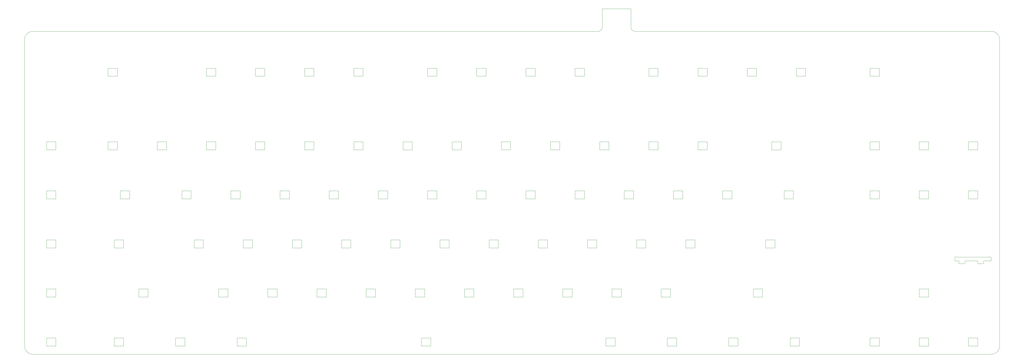
<source format=gm1>
%TF.GenerationSoftware,KiCad,Pcbnew,(6.0.0)*%
%TF.CreationDate,2022-03-04T20:35:23-05:00*%
%TF.ProjectId,keyboard0,6b657962-6f61-4726-9430-2e6b69636164,rev?*%
%TF.SameCoordinates,Original*%
%TF.FileFunction,Profile,NP*%
%FSLAX46Y46*%
G04 Gerber Fmt 4.6, Leading zero omitted, Abs format (unit mm)*
G04 Created by KiCad (PCBNEW (6.0.0)) date 2022-03-04 20:35:23*
%MOMM*%
%LPD*%
G01*
G04 APERTURE LIST*
%TA.AperFunction,Profile*%
%ADD10C,0.100000*%
%TD*%
%TA.AperFunction,Profile*%
%ADD11C,0.050000*%
%TD*%
%TA.AperFunction,Profile*%
%ADD12C,0.120000*%
%TD*%
G04 APERTURE END LIST*
D10*
X397643700Y-90481800D02*
X397643700Y-209536800D01*
X19842500Y-209536800D02*
X19842500Y-90481800D01*
X23017300Y-87307000D02*
X242078500Y-87307000D01*
X256365100Y-87307000D02*
X394468900Y-87307000D01*
X23017300Y-212711600D02*
X394468900Y-212711600D01*
X254777700Y-85719600D02*
G75*
G03*
X256365100Y-87307000I1587401J1D01*
G01*
X397643700Y-90481800D02*
G75*
G03*
X394468900Y-87307000I-3174799J1D01*
G01*
X23017300Y-87307000D02*
G75*
G03*
X19842500Y-90481800I-1J-3174799D01*
G01*
X394468900Y-212711600D02*
G75*
G03*
X397643700Y-209536800I1J3174799D01*
G01*
X19842500Y-209536800D02*
G75*
G03*
X23017300Y-212711600I3174799J-1D01*
G01*
X243665900Y-78576300D02*
X243665900Y-85719600D01*
X254777700Y-78576300D02*
X254777700Y-85719600D01*
X242078500Y-87307000D02*
G75*
G03*
X243665900Y-85719600I-1J1587401D01*
G01*
X254777700Y-78576300D02*
X243665900Y-78576300D01*
D11*
%TO.C,ROT2-1*%
X394275570Y-175894676D02*
X394275600Y-175494700D01*
X381725600Y-176444700D02*
X380925600Y-176444700D01*
X388975600Y-176444700D02*
X384325600Y-176444700D01*
X389725600Y-177494700D02*
X390825600Y-177494700D01*
X381925600Y-176644700D02*
X381925600Y-176944700D01*
X384125600Y-176644700D02*
X384125600Y-176944700D01*
X393725600Y-176444699D02*
X391575600Y-176444700D01*
X393725600Y-174944700D02*
X380925600Y-174944700D01*
X391375600Y-176644700D02*
X391375600Y-176944700D01*
X380375600Y-175894700D02*
X380375600Y-175494700D01*
X389175600Y-176644700D02*
X389175600Y-176944700D01*
X382475600Y-177494700D02*
X383575600Y-177494700D01*
X389175600Y-176944700D02*
G75*
G03*
X389725600Y-177494700I250000J-300000D01*
G01*
X391575600Y-176444700D02*
G75*
G03*
X391375600Y-176644700I1J-200001D01*
G01*
X381925600Y-176644700D02*
G75*
G03*
X381725600Y-176444700I-200001J-1D01*
G01*
X384325600Y-176444700D02*
G75*
G03*
X384125600Y-176644700I1J-200001D01*
G01*
X393725600Y-176444699D02*
G75*
G03*
X394275570Y-175894676I300000J249999D01*
G01*
X380375600Y-175894700D02*
G75*
G03*
X380925600Y-176444700I250000J-300000D01*
G01*
X390825600Y-177494700D02*
G75*
G03*
X391375600Y-176944700I300000J250000D01*
G01*
X380925600Y-174944700D02*
G75*
G03*
X380375600Y-175494700I-300000J-250000D01*
G01*
X381925600Y-176944700D02*
G75*
G03*
X382475600Y-177494700I250000J-300000D01*
G01*
X383575600Y-177494700D02*
G75*
G03*
X384125600Y-176944700I300000J250000D01*
G01*
X394275600Y-175494700D02*
G75*
G03*
X393725600Y-174944700I-250000J300000D01*
G01*
X389175600Y-176644700D02*
G75*
G03*
X388975600Y-176444700I-200001J-1D01*
G01*
D12*
%TO.C,LED16*%
X55771600Y-133304200D02*
X52171600Y-133304200D01*
X52171600Y-133304200D02*
X52171600Y-130204200D01*
X55771600Y-130204200D02*
X55771600Y-133304200D01*
X52171600Y-130204200D02*
X55771600Y-130204200D01*
%TO.C,LED48*%
X347428000Y-149253000D02*
X351028000Y-149253000D01*
X351028000Y-149253000D02*
X351028000Y-152353000D01*
X347428000Y-152353000D02*
X347428000Y-149253000D01*
X351028000Y-152353000D02*
X347428000Y-152353000D01*
%TO.C,LED46*%
X290281600Y-152353000D02*
X290281600Y-149253000D01*
X293881600Y-149253000D02*
X293881600Y-152353000D01*
X293881600Y-152353000D02*
X290281600Y-152353000D01*
X290281600Y-149253000D02*
X293881600Y-149253000D01*
%TO.C,LED81*%
X81963700Y-206399400D02*
X81963700Y-209499400D01*
X78363700Y-209499400D02*
X78363700Y-206399400D01*
X81963700Y-209499400D02*
X78363700Y-209499400D01*
X78363700Y-206399400D02*
X81963700Y-206399400D01*
%TO.C,LED32*%
X385525600Y-130204200D02*
X389125600Y-130204200D01*
X385525600Y-133304200D02*
X385525600Y-130204200D01*
X389125600Y-133304200D02*
X385525600Y-133304200D01*
X389125600Y-130204200D02*
X389125600Y-133304200D01*
%TO.C,LED29*%
X309330400Y-130204200D02*
X312930400Y-130204200D01*
X312930400Y-133304200D02*
X309330400Y-133304200D01*
X309330400Y-133304200D02*
X309330400Y-130204200D01*
X312930400Y-130204200D02*
X312930400Y-133304200D01*
%TO.C,LED52*%
X54552700Y-168301800D02*
X58152700Y-168301800D01*
X58152700Y-171401800D02*
X54552700Y-171401800D01*
X54552700Y-171401800D02*
X54552700Y-168301800D01*
X58152700Y-168301800D02*
X58152700Y-171401800D01*
%TO.C,LED25*%
X227210800Y-133304200D02*
X223610800Y-133304200D01*
X227210800Y-130204200D02*
X227210800Y-133304200D01*
X223610800Y-130204200D02*
X227210800Y-130204200D01*
X223610800Y-133304200D02*
X223610800Y-130204200D01*
%TO.C,LED60*%
X218848600Y-171401800D02*
X218848600Y-168301800D01*
X222448600Y-171401800D02*
X218848600Y-171401800D01*
X218848600Y-168301800D02*
X222448600Y-168301800D01*
X222448600Y-168301800D02*
X222448600Y-171401800D01*
%TO.C,LED90*%
X389125600Y-206399400D02*
X389125600Y-209499400D01*
X385525600Y-209499400D02*
X385525600Y-206399400D01*
X389125600Y-209499400D02*
X385525600Y-209499400D01*
X385525600Y-206399400D02*
X389125600Y-206399400D01*
%TO.C,LED22*%
X166464400Y-130204200D02*
X170064400Y-130204200D01*
X170064400Y-130204200D02*
X170064400Y-133304200D01*
X166464400Y-133304200D02*
X166464400Y-130204200D01*
X170064400Y-133304200D02*
X166464400Y-133304200D01*
%TO.C,LED1*%
X55771600Y-104731000D02*
X52171600Y-104731000D01*
X55771600Y-101631000D02*
X55771600Y-104731000D01*
X52171600Y-101631000D02*
X55771600Y-101631000D01*
X52171600Y-104731000D02*
X52171600Y-101631000D01*
%TO.C,LED59*%
X199799800Y-168301800D02*
X203399800Y-168301800D01*
X203399800Y-168301800D02*
X203399800Y-171401800D01*
X199799800Y-171401800D02*
X199799800Y-168301800D01*
X203399800Y-171401800D02*
X199799800Y-171401800D01*
%TO.C,LED30*%
X351028000Y-133304200D02*
X347428000Y-133304200D01*
X347428000Y-130204200D02*
X351028000Y-130204200D01*
X351028000Y-130204200D02*
X351028000Y-133304200D01*
X347428000Y-133304200D02*
X347428000Y-130204200D01*
%TO.C,LED45*%
X271232800Y-149253000D02*
X274832800Y-149253000D01*
X271232800Y-152353000D02*
X271232800Y-149253000D01*
X274832800Y-152353000D02*
X271232800Y-152353000D01*
X274832800Y-149253000D02*
X274832800Y-152353000D01*
%TO.C,LED4*%
X131966800Y-104731000D02*
X128366800Y-104731000D01*
X128366800Y-104731000D02*
X128366800Y-101631000D01*
X131966800Y-101631000D02*
X131966800Y-104731000D01*
X128366800Y-101631000D02*
X131966800Y-101631000D01*
%TO.C,LED82*%
X102174700Y-206399400D02*
X105774700Y-206399400D01*
X105774700Y-206399400D02*
X105774700Y-209499400D01*
X102174700Y-209499400D02*
X102174700Y-206399400D01*
X105774700Y-209499400D02*
X102174700Y-209499400D01*
%TO.C,LED33*%
X28360600Y-152353000D02*
X28360600Y-149253000D01*
X31960600Y-152353000D02*
X28360600Y-152353000D01*
X28360600Y-149253000D02*
X31960600Y-149253000D01*
X31960600Y-149253000D02*
X31960600Y-152353000D01*
%TO.C,LED36*%
X103393600Y-152353000D02*
X99793600Y-152353000D01*
X99793600Y-149253000D02*
X103393600Y-149253000D01*
X99793600Y-152353000D02*
X99793600Y-149253000D01*
X103393600Y-149253000D02*
X103393600Y-152353000D01*
%TO.C,LED23*%
X189113200Y-133304200D02*
X185513200Y-133304200D01*
X185513200Y-133304200D02*
X185513200Y-130204200D01*
X185513200Y-130204200D02*
X189113200Y-130204200D01*
X189113200Y-130204200D02*
X189113200Y-133304200D01*
%TO.C,LED2*%
X93869200Y-101631000D02*
X93869200Y-104731000D01*
X90269200Y-101631000D02*
X93869200Y-101631000D01*
X90269200Y-104731000D02*
X90269200Y-101631000D01*
X93869200Y-104731000D02*
X90269200Y-104731000D01*
%TO.C,LED5*%
X151015600Y-104731000D02*
X147415600Y-104731000D01*
X147415600Y-101631000D02*
X151015600Y-101631000D01*
X151015600Y-101631000D02*
X151015600Y-104731000D01*
X147415600Y-104731000D02*
X147415600Y-101631000D01*
%TO.C,LED55*%
X123604600Y-171401800D02*
X123604600Y-168301800D01*
X123604600Y-168301800D02*
X127204600Y-168301800D01*
X127204600Y-168301800D02*
X127204600Y-171401800D01*
X127204600Y-171401800D02*
X123604600Y-171401800D01*
%TO.C,LED41*%
X198637600Y-149253000D02*
X198637600Y-152353000D01*
X195037600Y-149253000D02*
X198637600Y-149253000D01*
X195037600Y-152353000D02*
X195037600Y-149253000D01*
X198637600Y-152353000D02*
X195037600Y-152353000D01*
%TO.C,LED88*%
X347428000Y-209499400D02*
X347428000Y-206399400D01*
X347428000Y-206399400D02*
X351028000Y-206399400D01*
X351028000Y-209499400D02*
X347428000Y-209499400D01*
X351028000Y-206399400D02*
X351028000Y-209499400D01*
%TO.C,LED80*%
X58152700Y-206399400D02*
X58152700Y-209499400D01*
X58152700Y-209499400D02*
X54552700Y-209499400D01*
X54552700Y-206399400D02*
X58152700Y-206399400D01*
X54552700Y-209499400D02*
X54552700Y-206399400D01*
%TO.C,LED39*%
X156940000Y-149253000D02*
X160540000Y-149253000D01*
X160540000Y-152353000D02*
X156940000Y-152353000D01*
X160540000Y-149253000D02*
X160540000Y-152353000D01*
X156940000Y-152353000D02*
X156940000Y-149253000D01*
%TO.C,LED71*%
X171226600Y-190450600D02*
X171226600Y-187350600D01*
X171226600Y-187350600D02*
X174826600Y-187350600D01*
X174826600Y-187350600D02*
X174826600Y-190450600D01*
X174826600Y-190450600D02*
X171226600Y-190450600D01*
%TO.C,LED51*%
X31960600Y-168301800D02*
X31960600Y-171401800D01*
X28360600Y-168301800D02*
X31960600Y-168301800D01*
X28360600Y-171401800D02*
X28360600Y-168301800D01*
X31960600Y-171401800D02*
X28360600Y-171401800D01*
%TO.C,LED62*%
X260546200Y-171401800D02*
X256946200Y-171401800D01*
X256946200Y-171401800D02*
X256946200Y-168301800D01*
X256946200Y-168301800D02*
X260546200Y-168301800D01*
X260546200Y-168301800D02*
X260546200Y-171401800D01*
%TO.C,LED15*%
X31960600Y-130204200D02*
X31960600Y-133304200D01*
X28360600Y-130204200D02*
X31960600Y-130204200D01*
X31960600Y-133304200D02*
X28360600Y-133304200D01*
X28360600Y-133304200D02*
X28360600Y-130204200D01*
%TO.C,LED58*%
X184351000Y-171401800D02*
X180751000Y-171401800D01*
X180751000Y-171401800D02*
X180751000Y-168301800D01*
X184351000Y-168301800D02*
X184351000Y-171401800D01*
X180751000Y-168301800D02*
X184351000Y-168301800D01*
%TO.C,LED31*%
X366476800Y-130204200D02*
X370076800Y-130204200D01*
X366476800Y-133304200D02*
X366476800Y-130204200D01*
X370076800Y-133304200D02*
X366476800Y-133304200D01*
X370076800Y-130204200D02*
X370076800Y-133304200D01*
%TO.C,LED10*%
X265308400Y-101631000D02*
X265308400Y-104731000D01*
X261708400Y-104731000D02*
X261708400Y-101631000D01*
X265308400Y-104731000D02*
X261708400Y-104731000D01*
X261708400Y-101631000D02*
X265308400Y-101631000D01*
%TO.C,LED87*%
X316473700Y-206399400D02*
X320073700Y-206399400D01*
X320073700Y-209499400D02*
X316473700Y-209499400D01*
X320073700Y-206399400D02*
X320073700Y-209499400D01*
X316473700Y-209499400D02*
X316473700Y-206399400D01*
%TO.C,LED26*%
X246259600Y-133304200D02*
X242659600Y-133304200D01*
X242659600Y-133304200D02*
X242659600Y-130204200D01*
X246259600Y-130204200D02*
X246259600Y-133304200D01*
X242659600Y-130204200D02*
X246259600Y-130204200D01*
%TO.C,LED8*%
X217686400Y-101631000D02*
X217686400Y-104731000D01*
X214086400Y-104731000D02*
X214086400Y-101631000D01*
X217686400Y-104731000D02*
X214086400Y-104731000D01*
X214086400Y-101631000D02*
X217686400Y-101631000D01*
%TO.C,LED40*%
X175988800Y-149253000D02*
X179588800Y-149253000D01*
X179588800Y-152353000D02*
X175988800Y-152353000D01*
X179588800Y-149253000D02*
X179588800Y-152353000D01*
X175988800Y-152353000D02*
X175988800Y-149253000D01*
%TO.C,LED43*%
X233135200Y-149253000D02*
X236735200Y-149253000D01*
X236735200Y-152353000D02*
X233135200Y-152353000D01*
X236735200Y-149253000D02*
X236735200Y-152353000D01*
X233135200Y-152353000D02*
X233135200Y-149253000D01*
%TO.C,LED11*%
X284357200Y-104731000D02*
X280757200Y-104731000D01*
X284357200Y-101631000D02*
X284357200Y-104731000D01*
X280757200Y-104731000D02*
X280757200Y-101631000D01*
X280757200Y-101631000D02*
X284357200Y-101631000D01*
%TO.C,LED72*%
X190275400Y-187350600D02*
X193875400Y-187350600D01*
X193875400Y-187350600D02*
X193875400Y-190450600D01*
X193875400Y-190450600D02*
X190275400Y-190450600D01*
X190275400Y-190450600D02*
X190275400Y-187350600D01*
%TO.C,LED79*%
X28360600Y-209499400D02*
X28360600Y-206399400D01*
X28360600Y-206399400D02*
X31960600Y-206399400D01*
X31960600Y-209499400D02*
X28360600Y-209499400D01*
X31960600Y-206399400D02*
X31960600Y-209499400D01*
%TO.C,LED74*%
X231973000Y-190450600D02*
X228373000Y-190450600D01*
X228373000Y-187350600D02*
X231973000Y-187350600D01*
X231973000Y-187350600D02*
X231973000Y-190450600D01*
X228373000Y-190450600D02*
X228373000Y-187350600D01*
%TO.C,LED76*%
X266470600Y-187350600D02*
X270070600Y-187350600D01*
X266470600Y-190450600D02*
X266470600Y-187350600D01*
X270070600Y-190450600D02*
X266470600Y-190450600D01*
X270070600Y-187350600D02*
X270070600Y-190450600D01*
%TO.C,LED83*%
X177207700Y-209499400D02*
X173607700Y-209499400D01*
X173607700Y-206399400D02*
X177207700Y-206399400D01*
X173607700Y-209499400D02*
X173607700Y-206399400D01*
X177207700Y-206399400D02*
X177207700Y-209499400D01*
%TO.C,LED67*%
X95031400Y-187350600D02*
X98631400Y-187350600D01*
X98631400Y-190450600D02*
X95031400Y-190450600D01*
X98631400Y-187350600D02*
X98631400Y-190450600D01*
X95031400Y-190450600D02*
X95031400Y-187350600D01*
%TO.C,LED73*%
X212924200Y-190450600D02*
X209324200Y-190450600D01*
X209324200Y-190450600D02*
X209324200Y-187350600D01*
X212924200Y-187350600D02*
X212924200Y-190450600D01*
X209324200Y-187350600D02*
X212924200Y-187350600D01*
%TO.C,LED54*%
X104555800Y-171401800D02*
X104555800Y-168301800D01*
X108155800Y-168301800D02*
X108155800Y-171401800D01*
X104555800Y-168301800D02*
X108155800Y-168301800D01*
X108155800Y-171401800D02*
X104555800Y-171401800D01*
%TO.C,LED38*%
X137891200Y-152353000D02*
X137891200Y-149253000D01*
X137891200Y-149253000D02*
X141491200Y-149253000D01*
X141491200Y-149253000D02*
X141491200Y-152353000D01*
X141491200Y-152353000D02*
X137891200Y-152353000D01*
%TO.C,LED78*%
X366476800Y-187350600D02*
X370076800Y-187350600D01*
X370076800Y-187350600D02*
X370076800Y-190450600D01*
X370076800Y-190450600D02*
X366476800Y-190450600D01*
X366476800Y-190450600D02*
X366476800Y-187350600D01*
%TO.C,LED6*%
X179588800Y-101631000D02*
X179588800Y-104731000D01*
X179588800Y-104731000D02*
X175988800Y-104731000D01*
X175988800Y-101631000D02*
X179588800Y-101631000D01*
X175988800Y-104731000D02*
X175988800Y-101631000D01*
%TO.C,LED66*%
X67677100Y-187350600D02*
X67677100Y-190450600D01*
X64077100Y-190450600D02*
X64077100Y-187350600D01*
X64077100Y-187350600D02*
X67677100Y-187350600D01*
X67677100Y-190450600D02*
X64077100Y-190450600D01*
%TO.C,LED89*%
X370076800Y-206399400D02*
X370076800Y-209499400D01*
X366476800Y-209499400D02*
X366476800Y-206399400D01*
X366476800Y-206399400D02*
X370076800Y-206399400D01*
X370076800Y-209499400D02*
X366476800Y-209499400D01*
%TO.C,LED44*%
X255784000Y-152353000D02*
X252184000Y-152353000D01*
X252184000Y-149253000D02*
X255784000Y-149253000D01*
X255784000Y-149253000D02*
X255784000Y-152353000D01*
X252184000Y-152353000D02*
X252184000Y-149253000D01*
%TO.C,LED35*%
X80744800Y-149253000D02*
X84344800Y-149253000D01*
X84344800Y-149253000D02*
X84344800Y-152353000D01*
X80744800Y-152353000D02*
X80744800Y-149253000D01*
X84344800Y-152353000D02*
X80744800Y-152353000D01*
%TO.C,LED14*%
X351028000Y-104732000D02*
X347428000Y-104732000D01*
X347428000Y-101632000D02*
X351028000Y-101632000D01*
X351028000Y-101632000D02*
X351028000Y-104732000D01*
X347428000Y-104732000D02*
X347428000Y-101632000D01*
%TO.C,LED69*%
X136729000Y-187350600D02*
X136729000Y-190450600D01*
X133129000Y-187350600D02*
X136729000Y-187350600D01*
X136729000Y-190450600D02*
X133129000Y-190450600D01*
X133129000Y-190450600D02*
X133129000Y-187350600D01*
%TO.C,LED9*%
X233135200Y-104731000D02*
X233135200Y-101631000D01*
X236735200Y-104731000D02*
X233135200Y-104731000D01*
X236735200Y-101631000D02*
X236735200Y-104731000D01*
X233135200Y-101631000D02*
X236735200Y-101631000D01*
%TO.C,LED42*%
X214086400Y-149253000D02*
X217686400Y-149253000D01*
X217686400Y-152353000D02*
X214086400Y-152353000D01*
X217686400Y-149253000D02*
X217686400Y-152353000D01*
X214086400Y-152353000D02*
X214086400Y-149253000D01*
%TO.C,LED24*%
X208162000Y-133304200D02*
X204562000Y-133304200D01*
X204562000Y-130204200D02*
X208162000Y-130204200D01*
X208162000Y-130204200D02*
X208162000Y-133304200D01*
X204562000Y-133304200D02*
X204562000Y-130204200D01*
%TO.C,LED70*%
X152177800Y-190450600D02*
X152177800Y-187350600D01*
X152177800Y-187350600D02*
X155777800Y-187350600D01*
X155777800Y-190450600D02*
X152177800Y-190450600D01*
X155777800Y-187350600D02*
X155777800Y-190450600D01*
%TO.C,LED27*%
X261708400Y-130204200D02*
X265308400Y-130204200D01*
X265308400Y-133304200D02*
X261708400Y-133304200D01*
X265308400Y-130204200D02*
X265308400Y-133304200D01*
X261708400Y-133304200D02*
X261708400Y-130204200D01*
%TO.C,LED7*%
X195037600Y-104731000D02*
X195037600Y-101631000D01*
X198637600Y-104731000D02*
X195037600Y-104731000D01*
X198637600Y-101631000D02*
X198637600Y-104731000D01*
X195037600Y-101631000D02*
X198637600Y-101631000D01*
%TO.C,LED17*%
X71220400Y-133304200D02*
X71220400Y-130204200D01*
X71220400Y-130204200D02*
X74820400Y-130204200D01*
X74820400Y-133304200D02*
X71220400Y-133304200D01*
X74820400Y-130204200D02*
X74820400Y-133304200D01*
%TO.C,LED63*%
X275995000Y-168301800D02*
X279595000Y-168301800D01*
X279595000Y-168301800D02*
X279595000Y-171401800D01*
X279595000Y-171401800D02*
X275995000Y-171401800D01*
X275995000Y-171401800D02*
X275995000Y-168301800D01*
%TO.C,LED85*%
X272451700Y-209499400D02*
X268851700Y-209499400D01*
X272451700Y-206399400D02*
X272451700Y-209499400D01*
X268851700Y-209499400D02*
X268851700Y-206399400D01*
X268851700Y-206399400D02*
X272451700Y-206399400D01*
%TO.C,LED68*%
X117680200Y-187350600D02*
X117680200Y-190450600D01*
X117680200Y-190450600D02*
X114080200Y-190450600D01*
X114080200Y-187350600D02*
X117680200Y-187350600D01*
X114080200Y-190450600D02*
X114080200Y-187350600D01*
%TO.C,LED21*%
X147415600Y-133304200D02*
X147415600Y-130204200D01*
X147415600Y-130204200D02*
X151015600Y-130204200D01*
X151015600Y-130204200D02*
X151015600Y-133304200D01*
X151015600Y-133304200D02*
X147415600Y-133304200D01*
%TO.C,LED50*%
X385525600Y-149253000D02*
X389125600Y-149253000D01*
X389125600Y-149253000D02*
X389125600Y-152353000D01*
X385525600Y-152353000D02*
X385525600Y-149253000D01*
X389125600Y-152353000D02*
X385525600Y-152353000D01*
%TO.C,LED12*%
X303406000Y-104731000D02*
X299806000Y-104731000D01*
X303406000Y-101631000D02*
X303406000Y-104731000D01*
X299806000Y-104731000D02*
X299806000Y-101631000D01*
X299806000Y-101631000D02*
X303406000Y-101631000D01*
%TO.C,LED3*%
X109318000Y-104731000D02*
X109318000Y-101631000D01*
X112918000Y-101631000D02*
X112918000Y-104731000D01*
X109318000Y-101631000D02*
X112918000Y-101631000D01*
X112918000Y-104731000D02*
X109318000Y-104731000D01*
%TO.C,LED77*%
X305787100Y-190450600D02*
X302187100Y-190450600D01*
X302187100Y-190450600D02*
X302187100Y-187350600D01*
X305787100Y-187350600D02*
X305787100Y-190450600D01*
X302187100Y-187350600D02*
X305787100Y-187350600D01*
%TO.C,LED53*%
X89107000Y-171401800D02*
X85507000Y-171401800D01*
X85507000Y-168301800D02*
X89107000Y-168301800D01*
X85507000Y-171401800D02*
X85507000Y-168301800D01*
X89107000Y-168301800D02*
X89107000Y-171401800D01*
%TO.C,LED34*%
X56933800Y-149253000D02*
X60533800Y-149253000D01*
X60533800Y-152353000D02*
X56933800Y-152353000D01*
X60533800Y-149253000D02*
X60533800Y-152353000D01*
X56933800Y-152353000D02*
X56933800Y-149253000D01*
%TO.C,LED13*%
X322454800Y-104731000D02*
X318854800Y-104731000D01*
X318854800Y-104731000D02*
X318854800Y-101631000D01*
X318854800Y-101631000D02*
X322454800Y-101631000D01*
X322454800Y-101631000D02*
X322454800Y-104731000D01*
%TO.C,LED28*%
X280757200Y-133304200D02*
X280757200Y-130204200D01*
X284357200Y-133304200D02*
X280757200Y-133304200D01*
X280757200Y-130204200D02*
X284357200Y-130204200D01*
X284357200Y-130204200D02*
X284357200Y-133304200D01*
%TO.C,LED19*%
X109318000Y-133304200D02*
X109318000Y-130204200D01*
X109318000Y-130204200D02*
X112918000Y-130204200D01*
X112918000Y-133304200D02*
X109318000Y-133304200D01*
X112918000Y-130204200D02*
X112918000Y-133304200D01*
%TO.C,LED75*%
X251021800Y-190450600D02*
X247421800Y-190450600D01*
X247421800Y-190450600D02*
X247421800Y-187350600D01*
X247421800Y-187350600D02*
X251021800Y-187350600D01*
X251021800Y-187350600D02*
X251021800Y-190450600D01*
%TO.C,LED47*%
X314092600Y-152353000D02*
X314092600Y-149253000D01*
X317692600Y-149253000D02*
X317692600Y-152353000D01*
X314092600Y-149253000D02*
X317692600Y-149253000D01*
X317692600Y-152353000D02*
X314092600Y-152353000D01*
%TO.C,LED84*%
X245040700Y-209499400D02*
X245040700Y-206399400D01*
X245040700Y-206399400D02*
X248640700Y-206399400D01*
X248640700Y-209499400D02*
X245040700Y-209499400D01*
X248640700Y-206399400D02*
X248640700Y-209499400D01*
%TO.C,LED86*%
X292662700Y-209499400D02*
X292662700Y-206399400D01*
X296262700Y-209499400D02*
X292662700Y-209499400D01*
X292662700Y-206399400D02*
X296262700Y-206399400D01*
X296262700Y-206399400D02*
X296262700Y-209499400D01*
%TO.C,LED57*%
X161702200Y-168301800D02*
X165302200Y-168301800D01*
X165302200Y-168301800D02*
X165302200Y-171401800D01*
X161702200Y-171401800D02*
X161702200Y-168301800D01*
X165302200Y-171401800D02*
X161702200Y-171401800D01*
%TO.C,LED49*%
X366476800Y-152353000D02*
X366476800Y-149253000D01*
X366476800Y-149253000D02*
X370076800Y-149253000D01*
X370076800Y-149253000D02*
X370076800Y-152353000D01*
X370076800Y-152353000D02*
X366476800Y-152353000D01*
%TO.C,LED64*%
X306949300Y-171401800D02*
X306949300Y-168301800D01*
X306949300Y-168301800D02*
X310549300Y-168301800D01*
X310549300Y-171401800D02*
X306949300Y-171401800D01*
X310549300Y-168301800D02*
X310549300Y-171401800D01*
%TO.C,LED18*%
X93869200Y-133304200D02*
X90269200Y-133304200D01*
X93869200Y-130204200D02*
X93869200Y-133304200D01*
X90269200Y-133304200D02*
X90269200Y-130204200D01*
X90269200Y-130204200D02*
X93869200Y-130204200D01*
%TO.C,LED65*%
X31960600Y-187350600D02*
X31960600Y-190450600D01*
X31960600Y-190450600D02*
X28360600Y-190450600D01*
X28360600Y-190450600D02*
X28360600Y-187350600D01*
X28360600Y-187350600D02*
X31960600Y-187350600D01*
%TO.C,LED56*%
X142653400Y-168301800D02*
X146253400Y-168301800D01*
X146253400Y-171401800D02*
X142653400Y-171401800D01*
X142653400Y-171401800D02*
X142653400Y-168301800D01*
X146253400Y-168301800D02*
X146253400Y-171401800D01*
%TO.C,LED61*%
X237897400Y-168301800D02*
X241497400Y-168301800D01*
X241497400Y-168301800D02*
X241497400Y-171401800D01*
X241497400Y-171401800D02*
X237897400Y-171401800D01*
X237897400Y-171401800D02*
X237897400Y-168301800D01*
%TO.C,LED20*%
X128366800Y-130204200D02*
X131966800Y-130204200D01*
X128366800Y-133304200D02*
X128366800Y-130204200D01*
X131966800Y-130204200D02*
X131966800Y-133304200D01*
X131966800Y-133304200D02*
X128366800Y-133304200D01*
%TO.C,LED37*%
X118842400Y-152353000D02*
X118842400Y-149253000D01*
X122442400Y-152353000D02*
X118842400Y-152353000D01*
X122442400Y-149253000D02*
X122442400Y-152353000D01*
X118842400Y-149253000D02*
X122442400Y-149253000D01*
%TD*%
M02*

</source>
